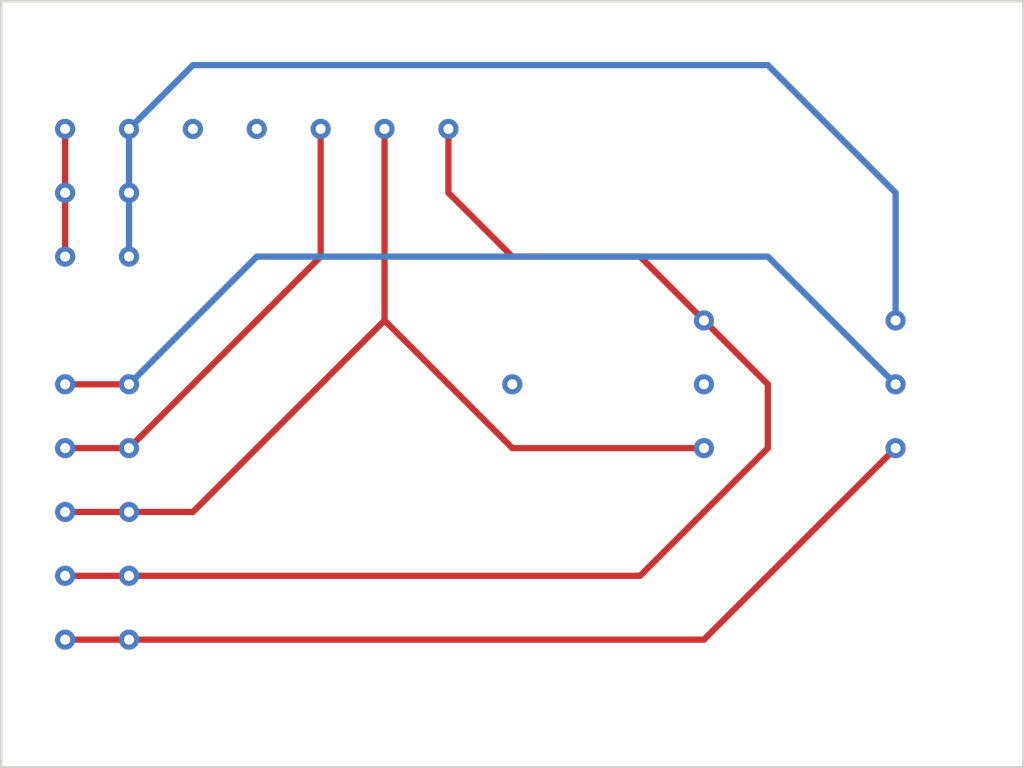
<source format=kicad_pcb>
(kicad_pcb (version 20221018) (generator pcbnew)

  (general
    (thickness 1.6)
  )

  (paper "A4")
  (layers
    (0 "F.Cu" signal)
    (31 "B.Cu" signal)
    (32 "B.Adhes" user "B.Adhesive")
    (33 "F.Adhes" user "F.Adhesive")
    (34 "B.Paste" user)
    (35 "F.Paste" user)
    (36 "B.SilkS" user "B.Silkscreen")
    (37 "F.SilkS" user "F.Silkscreen")
    (38 "B.Mask" user)
    (39 "F.Mask" user)
    (40 "Dwgs.User" user "User.Drawings")
    (41 "Cmts.User" user "User.Comments")
    (42 "Eco1.User" user "User.Eco1")
    (43 "Eco2.User" user "User.Eco2")
    (44 "Edge.Cuts" user)
    (45 "Margin" user)
    (46 "B.CrtYd" user "B.Courtyard")
    (47 "F.CrtYd" user "F.Courtyard")
    (48 "B.Fab" user)
    (49 "F.Fab" user)
    (50 "User.1" user)
    (51 "User.2" user)
    (52 "User.3" user)
    (53 "User.4" user)
    (54 "User.5" user)
    (55 "User.6" user)
    (56 "User.7" user)
    (57 "User.8" user)
    (58 "User.9" user)
  )

  (setup
    (pad_to_mask_clearance 0)
    (pcbplotparams
      (layerselection 0x00010fc_ffffffff)
      (plot_on_all_layers_selection 0x0000000_00000000)
      (disableapertmacros false)
      (usegerberextensions false)
      (usegerberattributes true)
      (usegerberadvancedattributes true)
      (creategerberjobfile true)
      (dashed_line_dash_ratio 12.000000)
      (dashed_line_gap_ratio 3.000000)
      (svgprecision 4)
      (plotframeref false)
      (viasonmask false)
      (mode 1)
      (useauxorigin false)
      (hpglpennumber 1)
      (hpglpenspeed 20)
      (hpglpendiameter 15.000000)
      (dxfpolygonmode true)
      (dxfimperialunits true)
      (dxfusepcbnewfont true)
      (psnegative false)
      (psa4output false)
      (plotreference true)
      (plotvalue true)
      (plotinvisibletext false)
      (sketchpadsonfab false)
      (subtractmaskfromsilk false)
      (outputformat 1)
      (mirror false)
      (drillshape 1)
      (scaleselection 1)
      (outputdirectory "")
    )
  )

  (net 0 "")

  (gr_line (start 142.24 63.5) (end 142.24 93.98)
    (stroke (width 0.1) (type default)) (layer "Edge.Cuts") (tstamp 30649aac-bf61-441b-b376-ef4fb949152a))
  (gr_line (start 142.24 93.98) (end 101.6 93.98)
    (stroke (width 0.1) (type default)) (layer "Edge.Cuts") (tstamp 75d7734b-15aa-4efb-896d-e9d83bf00a5d))
  (gr_line (start 101.6 63.5) (end 142.24 63.5)
    (stroke (width 0.1) (type default)) (layer "Edge.Cuts") (tstamp a336056f-4400-479a-b9d0-9c93dccfbf68))
  (gr_line (start 101.6 93.98) (end 101.6 63.5)
    (stroke (width 0.1) (type default)) (layer "Edge.Cuts") (tstamp ac3d085d-eded-4613-868c-155f200a0800))
  (gr_text "lrc" (at 101.6 86.36) (layer "F.Paste") (tstamp 17dba6fc-f7e0-436b-84a2-e90ab0933549)
    (effects (font (size 1 1) (thickness 0.15)) (justify left bottom))
  )
  (gr_text "gain" (at 110.49 71.12) (layer "F.Paste") (tstamp 51572b69-dc9d-4c09-bde1-72d0490649c7)
    (effects (font (size 1 1) (thickness 0.15)) (justify left bottom))
  )
  (gr_text "bclk" (at 101.6 83.82) (layer "F.Paste") (tstamp 54d3110b-15eb-43f8-bd91-4161959d1cb9)
    (effects (font (size 1 1) (thickness 0.15)) (justify left bottom))
  )
  (gr_text "lrc" (at 118.11 67.31) (layer "F.Paste") (tstamp 5da7a577-e302-4e50-be69-02762646fda4)
    (effects (font (size 1 1) (thickness 0.15)) (justify left bottom))
  )
  (gr_text "bclk" (at 115.57 71.12) (layer "F.Paste") (tstamp 705f79b4-645e-4b6c-8d51-54dc747a666f)
    (effects (font (size 1 1) (thickness 0.15)) (justify left bottom))
  )
  (gr_text "lrc" (at 127 76.2) (layer "F.Paste") (tstamp 70f04f83-7066-4db5-aa23-3d72689384c4)
    (effects (font (size 1 1) (thickness 0.15)) (justify left bottom))
  )
  (gr_text "5v" (at 102.87 67.31) (layer "F.Paste") (tstamp 745a2c8a-4ee9-424c-aed7-43d43014c42a)
    (effects (font (size 1 1) (thickness 0.15)) (justify left bottom))
  )
  (gr_text "dout" (at 101.6 81.28) (layer "F.Paste") (tstamp 772e6db7-6505-4f29-9e6d-3a6c658d4d23)
    (effects (font (size 1 1) (thickness 0.15)) (justify left bottom))
  )
  (gr_text "sck" (at 127 81.28) (layer "F.Paste") (tstamp 7cb4b0a8-80d4-4053-9e62-6c0d8943867a)
    (effects (font (size 1 1) (thickness 0.15)) (justify left bottom))
  )
  (gr_text "sd" (at 107.95 67.31) (layer "F.Paste") (tstamp 90229a74-f0bb-4907-b450-ce893921a65f)
    (effects (font (size 1 1) (thickness 0.15)) (justify left bottom))
  )
  (gr_text "ws" (at 127 78.74) (layer "F.Paste") (tstamp 9e13add5-a146-4ec3-a6e6-b65126000759)
    (effects (font (size 1 1) (thickness 0.15)) (justify left bottom))
  )
  (gr_text "gnd" (at 105.41 71.12) (layer "F.Paste") (tstamp a3680430-779b-42e0-a765-d75fd6131731)
    (effects (font (size 1 1) (thickness 0.15)) (justify left bottom))
  )
  (gr_text "gnd" (at 134.62 76.2) (layer "F.Paste") (tstamp a7aa2dfe-3a9d-4521-8a6c-9f6652fb6ea6)
    (effects (font (size 1 1) (thickness 0.15)) (justify left bottom))
  )
  (gr_text "din" (at 113.03 67.31) (layer "F.Paste") (tstamp d034b038-d296-40a5-962a-68f896cbab36)
    (effects (font (size 1 1) (thickness 0.15)) (justify left bottom))
  )
  (gr_text "vdd" (at 134.62 78.74) (layer "F.Paste") (tstamp ea55b728-272d-4699-b2bf-62654affe5c8)
    (effects (font (size 1 1) (thickness 0.15)) (justify left bottom))
  )
  (gr_text "3v3" (at 101.6 78.74) (layer "F.Paste") (tstamp f570fcda-10e1-4e63-98b4-285d14a6eccc)
    (effects (font (size 1 1) (thickness 0.15)) (justify left bottom))
  )
  (gr_text "sd" (at 134.62 81.28) (layer "F.Paste") (tstamp fa5f6033-85e2-422e-afe0-96edd6f522c2)
    (effects (font (size 1 1) (thickness 0.15)) (justify left bottom))
  )
  (gr_text "din" (at 101.6 88.9) (layer "F.Paste") (tstamp fe23a8e5-6101-462f-b8a8-99003b0f1322)
    (effects (font (size 1 1) (thickness 0.15)) (justify left bottom))
  )

  (segment (start 119.38 78.74) (end 121.92 81.28) (width 0.25) (layer "F.Cu") (net 0) (tstamp 056da9c5-9199-4e8c-b977-d11ab143d620))
  (segment (start 121.92 73.66) (end 119.38 71.12) (width 0.25) (layer "F.Cu") (net 0) (tstamp 0c4f94a3-bda6-468f-b603-f18aa985baf4))
  (segment (start 132.08 78.74) (end 129.54 76.2) (width 0.25) (layer "F.Cu") (net 0) (tstamp 113a6220-1a33-4a1d-8428-5e8febaa62c1))
  (segment (start 106.68 88.9) (end 129.54 88.9) (width 0.25) (layer "F.Cu") (net 0) (tstamp 1ba0f9f4-a748-4fe5-a85f-925baadcd643))
  (segment (start 132.08 81.28) (end 132.08 78.74) (width 0.25) (layer "F.Cu") (net 0) (tstamp 2fb7ac6f-dc48-48c0-8bf2-c63b943d1a94))
  (segment (start 104.14 86.36) (end 106.68 86.36) (width 0.25) (layer "F.Cu") (net 0) (tstamp 4a35168f-1f49-4bff-b06a-2ae3865a083e))
  (segment (start 129.54 88.9) (end 137.16 81.28) (width 0.25) (layer "F.Cu") (net 0) (tstamp 4efabd52-c9e8-476d-b8a1-de79bdff40dd))
  (segment (start 116.84 68.58) (end 116.84 76.2) (width 0.25) (layer "F.Cu") (net 0) (tstamp 56f74bb0-dc18-4969-afc3-be2915f778d8))
  (segment (start 121.92 81.28) (end 129.54 81.28) (width 0.25) (layer "F.Cu") (net 0) (tstamp 5852469d-6de3-4f62-83b7-2aff6b37281c))
  (segment (start 127 86.36) (end 129.54 83.82) (width 0.25) (layer "F.Cu") (net 0) (tstamp 5a4df87e-0a30-4378-97b4-7f85aaa2d3ee))
  (segment (start 114.3 73.66) (end 114.3 68.58) (width 0.25) (layer "F.Cu") (net 0) (tstamp 5fc30990-c42e-4a51-a327-6405663df683))
  (segment (start 129.54 83.82) (end 132.08 81.28) (width 0.25) (layer "F.Cu") (net 0) (tstamp 60dec2e1-5eb9-4fcb-8908-55afbb87384c))
  (segment (start 104.14 83.82) (end 106.68 83.82) (width 0.25) (layer "F.Cu") (net 0) (tstamp 6c783797-2c00-4cf3-9b81-080318ed6f4b))
  (segment (start 104.14 78.74) (end 106.68 78.74) (width 0.25) (layer "F.Cu") (net 0) (tstamp 6da946be-7741-4f98-a8a2-ea92c0e83d32))
  (segment (start 116.84 76.2) (end 119.38 78.74) (width 0.25) (layer "F.Cu") (net 0) (tstamp 7c0a120d-8aec-48e9-a7ef-d0d137dbfdbe))
  (segment (start 119.38 71.12) (end 119.38 68.58) (width 0.25) (layer "F.Cu") (net 0) (tstamp 82de7d25-af8e-4d00-a282-6c525ffc93b9))
  (segment (start 104.14 88.9) (end 106.68 88.9) (width 0.25) (layer "F.Cu") (net 0) (tstamp 9da3c049-3d91-4202-9f71-15715eff0342))
  (segment (start 111.76 81.28) (end 116.84 76.2) (width 0.25) (layer "F.Cu") (net 0) (tstamp b6bee023-3544-453d-915d-8a11f96555aa))
  (segment (start 106.68 81.28) (end 114.3 73.66) (width 0.25) (layer "F.Cu") (net 0) (tstamp b8778a22-18e1-41ee-81c5-e8c6ab5472b2))
  (segment (start 106.68 83.82) (end 109.22 83.82) (width 0.25) (layer "F.Cu") (net 0) (tstamp b9dff054-5c92-4574-a647-84c97b084a73))
  (segment (start 106.68 86.36) (end 127 86.36) (width 0.25) (layer "F.Cu") (net 0) (tstamp bb769edd-b115-48aa-a49e-bb225d9d2c06))
  (segment (start 104.14 81.28) (end 106.68 81.28) (width 0.25) (layer "F.Cu") (net 0) (tstamp cdc3ef29-894f-4867-815e-e2ed30b4a9db))
  (segment (start 127 73.66) (end 121.92 73.66) (width 0.25) (layer "F.Cu") (net 0) (tstamp d8443262-d84e-45f2-884b-d2b2f43fba23))
  (segment (start 104.14 68.58) (end 104.14 71.12) (width 0.25) (layer "F.Cu") (net 0) (tstamp e00253a9-07ec-4379-8e3f-cb30c703cde3))
  (segment (start 109.22 83.82) (end 111.76 81.28) (width 0.25) (layer "F.Cu") (net 0) (tstamp e0204f97-f7ad-44bb-a246-29a155ce398a))
  (segment (start 129.54 76.2) (end 127 73.66) (width 0.25) (layer "F.Cu") (net 0) (tstamp f56be6e8-f66c-4e5b-8115-bb22292d396e))
  (segment (start 104.14 71.12) (end 104.14 73.66) (width 0.25) (layer "F.Cu") (net 0) (tstamp fc7e1330-81da-4708-811b-c243219428dd))
  (via (at 104.14 73.66) (size 0.8) (drill 0.4) (layers "F.Cu" "B.Cu") (net 0) (tstamp 22ac1665-ca17-43a5-b4c7-6df90f602199))
  (via (at 106.68 83.82) (size 0.8) (drill 0.4) (layers "F.Cu" "B.Cu") (net 0) (tstamp 30bb9937-4a14-4e75-ba70-cb5949b65af9))
  (via (at 104.14 78.74) (size 0.8) (drill 0.4) (layers "F.Cu" "B.Cu") (net 0) (tstamp 38546fd4-50ad-4079-b872-dbb9fce30b26))
  (via (at 104.14 86.36) (size 0.8) (drill 0.4) (layers "F.Cu" "B.Cu") (net 0) (tstamp 3eb322e2-cfea-4cb6-8709-4db0e5d4da4e))
  (via (at 137.16 76.2) (size 0.8) (drill 0.4) (layers "F.Cu" "B.Cu") (net 0) (tstamp 467d5d31-9504-4cf0-b0ba-169ebc967718))
  (via (at 109.22 68.58) (size 0.8) (drill 0.4) (layers "F.Cu" "B.Cu") (net 0) (tstamp 4a0efc5b-3c47-4e0b-9296-080173b84747))
  (via (at 106.68 71.12) (size 0.8) (drill 0.4) (layers "F.Cu" "B.Cu") (net 0) (tstamp 5449fba9-8fca-4d6e-a995-48debf2e9e2b))
  (via (at 106.68 78.74) (size 0.8) (drill 0.4) (layers "F.Cu" "B.Cu") (net 0) (tstamp 66f14644-3b0a-4942-b86d-d53576c436de))
  (via (at 137.16 81.28) (size 0.8) (drill 0.4) (layers "F.Cu" "B.Cu") (net 0) (tstamp 6789b2c5-e8dd-481d-81b7-ce057eb10f6a))
  (via (at 119.38 68.58) (size 0.8) (drill 0.4) (layers "F.Cu" "B.Cu") (net 0) (tstamp 6c5b13e2-6f91-4586-bd07-4507c8b3b55e))
  (via (at 129.54 78.74) (size 0.8) (drill 0.4) (layers "F.Cu" "B.Cu") (net 0) (tstamp 718d7709-d7ca-48c1-8369-8b1ed0e82977))
  (via (at 106.68 73.66) (size 0.8) (drill 0.4) (layers "F.Cu" "B.Cu") (net 0) (tstamp 7b342414-820e-4a57-9208-61dcb7c4b146))
  (via (at 114.3 68.58) (size 0.8) (drill 0.4) (layers "F.Cu" "B.Cu") (net 0) (tstamp 8000019d-8345-4bec-8c5f-cf6822d16791))
  (via (at 106.68 68.58) (size 0.8) (drill 0.4) (layers "F.Cu" "B.Cu") (net 0) (tstamp 87f43946-c4de-410d-bf72-808ef8bd0950))
  (via (at 137.16 78.74) (size 0.8) (drill 0.4) (layers "F.Cu" "B.Cu") (net 0) (tstamp 91c7193b-8bd3-4717-95ca-886a78ee7efd))
  (via (at 111.76 68.58) (size 0.8) (drill 0.4) (layers "F.Cu" "B.Cu") (net 0) (tstamp 9f0887c8-c933-4338-b843-b974d0c40dce))
  (via (at 104.14 68.58) (size 0.8) (drill 0.4) (layers "F.Cu" "B.Cu") (net 0) (tstamp afe73dcb-67ec-42c4-b6a8-b60b27709d9c))
  (via (at 104.14 88.9) (size 0.8) (drill 0.4) (layers "F.Cu" "B.Cu") (net 0) (tstamp b1b972e2-722a-4653-8733-86896e0960b2))
  (via (at 129.54 81.28) (size 0.8) (drill 0.4) (layers "F.Cu" "B.Cu") (net 0) (tstamp bc821f97-a072-47bb-b88b-6070ac7e2ca5))
  (via (at 106.68 88.9) (size 0.8) (drill 0.4) (layers "F.Cu" "B.Cu") (net 0) (tstamp c2efe71e-edfc-40d1-b8ea-b85318c41664))
  (via (at 121.92 78.74) (size 0.8) (drill 0.4) (layers "F.Cu" "B.Cu") (net 0) (tstamp cb39b184-ba87-43fc-8add-7725f304384d))
  (via (at 106.68 86.36) (size 0.8) (drill 0.4) (layers "F.Cu" "B.Cu") (net 0) (tstamp d14811e2-257d-4bb5-8a0e-e3fb4028124a))
  (via (at 104.14 83.82) (size 0.8) (drill 0.4) (layers "F.Cu" "B.Cu") (net 0) (tstamp d175c8f6-7891-43fa-9df7-0bcaee86ebbd))
  (via (at 104.14 81.28) (size 0.8) (drill 0.4) (layers "F.Cu" "B.Cu") (net 0) (tstamp db0d6e66-4e9f-48b8-ae10-e06c734ab079))
  (via (at 106.68 81.28) (size 0.8) (drill 0.4) (layers "F.Cu" "B.Cu") (net 0) (tstamp e12c379b-d806-4907-a67d-723ca87ef595))
  (via (at 104.14 71.12) (size 0.8) (drill 0.4) (layers "F.Cu" "B.Cu") (net 0) (tstamp e7f71081-3d60-443a-9532-4b2fbc7c7a46))
  (via (at 129.54 76.2) (size 0.8) (drill 0.4) (layers "F.Cu" "B.Cu") (net 0) (tstamp f76093d3-3771-46d6-9e41-0ab9d83207ad))
  (via (at 116.84 68.58) (size 0.8) (drill 0.4) (layers "F.Cu" "B.Cu") (net 0) (tstamp f7818c78-5a95-4cc7-8e25-dd43976a8693))
  (segment (start 106.68 68.58) (end 106.68 71.12) (width 0.25) (layer "B.Cu") (net 0) (tstamp 08808fd6-44f4-44cd-a2e4-bee989294c3c))
  (segment (start 109.22 76.2) (end 111.76 73.66) (width 0.25) (layer "B.Cu") (net 0) (tstamp 5378937c-10b1-4463-bb69-2fb405976c37))
  (segment (start 111.76 73.66) (end 132.08 73.66) (width 0.25) (layer "B.Cu") (net 0) (tstamp 5e744f65-fd9d-4673-bba4-537e9f758bb2))
  (segment (start 132.08 66.04) (end 137.16 71.12) (width 0.25) (layer "B.Cu") (net 0) (tstamp 7d2fc3a5-186f-43df-8489-acf06ab70123))
  (segment (start 109.22 66.04) (end 132.08 66.04) (width 0.25) (layer "B.Cu") (net 0) (tstamp 944cc765-d812-4072-af4a-80727817c31d))
  (segment (start 132.08 73.66) (end 137.16 78.74) (width 0.25) (layer "B.Cu") (net 0) (tstamp b21fdf5c-945b-4b67-a3c8-70621fc2b9f8))
  (segment (start 106.68 73.66) (end 106.68 71.12) (width 0.25) (layer "B.Cu") (net 0) (tstamp bd910d26-3d66-4e61-9ce0-a33dba6dbe17))
  (segment (start 106.68 68.58) (end 109.22 66.04) (width 0.25) (layer "B.Cu") (net 0) (tstamp c64a3b82-e093-452d-a381-b6a3e5926523))
  (segment (start 106.68 78.74) (end 109.22 76.2) (width 0.25) (layer "B.Cu") (net 0) (tstamp d7ea757b-e1de-473c-a0aa-5665a604a1a3))
  (segment (start 137.16 71.12) (end 137.16 76.2) (width 0.25) (layer "B.Cu") (net 0) (tstamp e69c14f8-c283-49b7-845c-75c3b51091ca))

)

</source>
